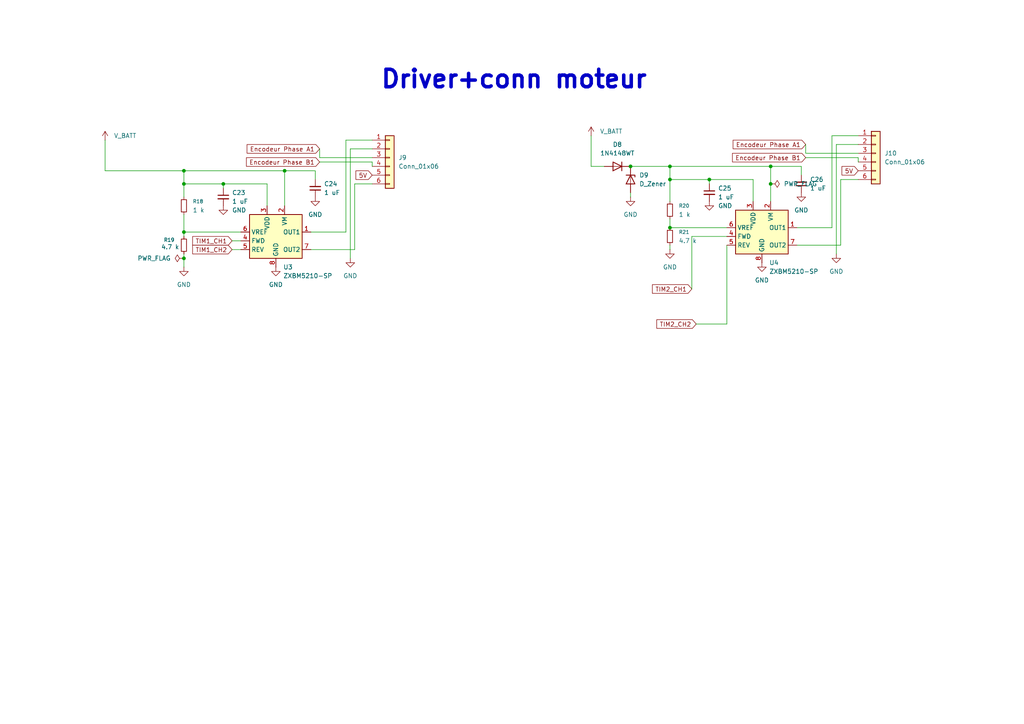
<source format=kicad_sch>
(kicad_sch
	(version 20250114)
	(generator "eeschema")
	(generator_version "9.0")
	(uuid "710b58ca-42d0-4d47-b767-37dfdeba880b")
	(paper "A4")
	(lib_symbols
		(symbol "Connector_Generic:Conn_01x06"
			(pin_names
				(offset 1.016)
				(hide yes)
			)
			(exclude_from_sim no)
			(in_bom yes)
			(on_board yes)
			(property "Reference" "J"
				(at 0 7.62 0)
				(effects
					(font
						(size 1.27 1.27)
					)
				)
			)
			(property "Value" "Conn_01x06"
				(at 0 -10.16 0)
				(effects
					(font
						(size 1.27 1.27)
					)
				)
			)
			(property "Footprint" ""
				(at 0 0 0)
				(effects
					(font
						(size 1.27 1.27)
					)
					(hide yes)
				)
			)
			(property "Datasheet" "~"
				(at 0 0 0)
				(effects
					(font
						(size 1.27 1.27)
					)
					(hide yes)
				)
			)
			(property "Description" "Generic connector, single row, 01x06, script generated (kicad-library-utils/schlib/autogen/connector/)"
				(at 0 0 0)
				(effects
					(font
						(size 1.27 1.27)
					)
					(hide yes)
				)
			)
			(property "ki_keywords" "connector"
				(at 0 0 0)
				(effects
					(font
						(size 1.27 1.27)
					)
					(hide yes)
				)
			)
			(property "ki_fp_filters" "Connector*:*_1x??_*"
				(at 0 0 0)
				(effects
					(font
						(size 1.27 1.27)
					)
					(hide yes)
				)
			)
			(symbol "Conn_01x06_1_1"
				(rectangle
					(start -1.27 6.35)
					(end 1.27 -8.89)
					(stroke
						(width 0.254)
						(type default)
					)
					(fill
						(type background)
					)
				)
				(rectangle
					(start -1.27 5.207)
					(end 0 4.953)
					(stroke
						(width 0.1524)
						(type default)
					)
					(fill
						(type none)
					)
				)
				(rectangle
					(start -1.27 2.667)
					(end 0 2.413)
					(stroke
						(width 0.1524)
						(type default)
					)
					(fill
						(type none)
					)
				)
				(rectangle
					(start -1.27 0.127)
					(end 0 -0.127)
					(stroke
						(width 0.1524)
						(type default)
					)
					(fill
						(type none)
					)
				)
				(rectangle
					(start -1.27 -2.413)
					(end 0 -2.667)
					(stroke
						(width 0.1524)
						(type default)
					)
					(fill
						(type none)
					)
				)
				(rectangle
					(start -1.27 -4.953)
					(end 0 -5.207)
					(stroke
						(width 0.1524)
						(type default)
					)
					(fill
						(type none)
					)
				)
				(rectangle
					(start -1.27 -7.493)
					(end 0 -7.747)
					(stroke
						(width 0.1524)
						(type default)
					)
					(fill
						(type none)
					)
				)
				(pin passive line
					(at -5.08 5.08 0)
					(length 3.81)
					(name "Pin_1"
						(effects
							(font
								(size 1.27 1.27)
							)
						)
					)
					(number "1"
						(effects
							(font
								(size 1.27 1.27)
							)
						)
					)
				)
				(pin passive line
					(at -5.08 2.54 0)
					(length 3.81)
					(name "Pin_2"
						(effects
							(font
								(size 1.27 1.27)
							)
						)
					)
					(number "2"
						(effects
							(font
								(size 1.27 1.27)
							)
						)
					)
				)
				(pin passive line
					(at -5.08 0 0)
					(length 3.81)
					(name "Pin_3"
						(effects
							(font
								(size 1.27 1.27)
							)
						)
					)
					(number "3"
						(effects
							(font
								(size 1.27 1.27)
							)
						)
					)
				)
				(pin passive line
					(at -5.08 -2.54 0)
					(length 3.81)
					(name "Pin_4"
						(effects
							(font
								(size 1.27 1.27)
							)
						)
					)
					(number "4"
						(effects
							(font
								(size 1.27 1.27)
							)
						)
					)
				)
				(pin passive line
					(at -5.08 -5.08 0)
					(length 3.81)
					(name "Pin_5"
						(effects
							(font
								(size 1.27 1.27)
							)
						)
					)
					(number "5"
						(effects
							(font
								(size 1.27 1.27)
							)
						)
					)
				)
				(pin passive line
					(at -5.08 -7.62 0)
					(length 3.81)
					(name "Pin_6"
						(effects
							(font
								(size 1.27 1.27)
							)
						)
					)
					(number "6"
						(effects
							(font
								(size 1.27 1.27)
							)
						)
					)
				)
			)
			(embedded_fonts no)
		)
		(symbol "Device:C_Small"
			(pin_numbers
				(hide yes)
			)
			(pin_names
				(offset 0.254)
				(hide yes)
			)
			(exclude_from_sim no)
			(in_bom yes)
			(on_board yes)
			(property "Reference" "C"
				(at 0.254 1.778 0)
				(effects
					(font
						(size 1.27 1.27)
					)
					(justify left)
				)
			)
			(property "Value" "C_Small"
				(at 0.254 -2.032 0)
				(effects
					(font
						(size 1.27 1.27)
					)
					(justify left)
				)
			)
			(property "Footprint" ""
				(at 0 0 0)
				(effects
					(font
						(size 1.27 1.27)
					)
					(hide yes)
				)
			)
			(property "Datasheet" "~"
				(at 0 0 0)
				(effects
					(font
						(size 1.27 1.27)
					)
					(hide yes)
				)
			)
			(property "Description" "Unpolarized capacitor, small symbol"
				(at 0 0 0)
				(effects
					(font
						(size 1.27 1.27)
					)
					(hide yes)
				)
			)
			(property "ki_keywords" "capacitor cap"
				(at 0 0 0)
				(effects
					(font
						(size 1.27 1.27)
					)
					(hide yes)
				)
			)
			(property "ki_fp_filters" "C_*"
				(at 0 0 0)
				(effects
					(font
						(size 1.27 1.27)
					)
					(hide yes)
				)
			)
			(symbol "C_Small_0_1"
				(polyline
					(pts
						(xy -1.524 0.508) (xy 1.524 0.508)
					)
					(stroke
						(width 0.3048)
						(type default)
					)
					(fill
						(type none)
					)
				)
				(polyline
					(pts
						(xy -1.524 -0.508) (xy 1.524 -0.508)
					)
					(stroke
						(width 0.3302)
						(type default)
					)
					(fill
						(type none)
					)
				)
			)
			(symbol "C_Small_1_1"
				(pin passive line
					(at 0 2.54 270)
					(length 2.032)
					(name "~"
						(effects
							(font
								(size 1.27 1.27)
							)
						)
					)
					(number "1"
						(effects
							(font
								(size 1.27 1.27)
							)
						)
					)
				)
				(pin passive line
					(at 0 -2.54 90)
					(length 2.032)
					(name "~"
						(effects
							(font
								(size 1.27 1.27)
							)
						)
					)
					(number "2"
						(effects
							(font
								(size 1.27 1.27)
							)
						)
					)
				)
			)
			(embedded_fonts no)
		)
		(symbol "Device:D_Zener"
			(pin_numbers
				(hide yes)
			)
			(pin_names
				(offset 1.016)
				(hide yes)
			)
			(exclude_from_sim no)
			(in_bom yes)
			(on_board yes)
			(property "Reference" "D"
				(at 0 2.54 0)
				(effects
					(font
						(size 1.27 1.27)
					)
				)
			)
			(property "Value" "D_Zener"
				(at 0 -2.54 0)
				(effects
					(font
						(size 1.27 1.27)
					)
				)
			)
			(property "Footprint" ""
				(at 0 0 0)
				(effects
					(font
						(size 1.27 1.27)
					)
					(hide yes)
				)
			)
			(property "Datasheet" "~"
				(at 0 0 0)
				(effects
					(font
						(size 1.27 1.27)
					)
					(hide yes)
				)
			)
			(property "Description" "Zener diode"
				(at 0 0 0)
				(effects
					(font
						(size 1.27 1.27)
					)
					(hide yes)
				)
			)
			(property "ki_keywords" "diode"
				(at 0 0 0)
				(effects
					(font
						(size 1.27 1.27)
					)
					(hide yes)
				)
			)
			(property "ki_fp_filters" "TO-???* *_Diode_* *SingleDiode* D_*"
				(at 0 0 0)
				(effects
					(font
						(size 1.27 1.27)
					)
					(hide yes)
				)
			)
			(symbol "D_Zener_0_1"
				(polyline
					(pts
						(xy -1.27 -1.27) (xy -1.27 1.27) (xy -0.762 1.27)
					)
					(stroke
						(width 0.254)
						(type default)
					)
					(fill
						(type none)
					)
				)
				(polyline
					(pts
						(xy 1.27 0) (xy -1.27 0)
					)
					(stroke
						(width 0)
						(type default)
					)
					(fill
						(type none)
					)
				)
				(polyline
					(pts
						(xy 1.27 -1.27) (xy 1.27 1.27) (xy -1.27 0) (xy 1.27 -1.27)
					)
					(stroke
						(width 0.254)
						(type default)
					)
					(fill
						(type none)
					)
				)
			)
			(symbol "D_Zener_1_1"
				(pin passive line
					(at -3.81 0 0)
					(length 2.54)
					(name "K"
						(effects
							(font
								(size 1.27 1.27)
							)
						)
					)
					(number "1"
						(effects
							(font
								(size 1.27 1.27)
							)
						)
					)
				)
				(pin passive line
					(at 3.81 0 180)
					(length 2.54)
					(name "A"
						(effects
							(font
								(size 1.27 1.27)
							)
						)
					)
					(number "2"
						(effects
							(font
								(size 1.27 1.27)
							)
						)
					)
				)
			)
			(embedded_fonts no)
		)
		(symbol "Device:R_Small"
			(pin_numbers
				(hide yes)
			)
			(pin_names
				(offset 0.254)
				(hide yes)
			)
			(exclude_from_sim no)
			(in_bom yes)
			(on_board yes)
			(property "Reference" "R"
				(at 0 0 90)
				(effects
					(font
						(size 1.016 1.016)
					)
				)
			)
			(property "Value" "R_Small"
				(at 1.778 0 90)
				(effects
					(font
						(size 1.27 1.27)
					)
				)
			)
			(property "Footprint" ""
				(at 0 0 0)
				(effects
					(font
						(size 1.27 1.27)
					)
					(hide yes)
				)
			)
			(property "Datasheet" "~"
				(at 0 0 0)
				(effects
					(font
						(size 1.27 1.27)
					)
					(hide yes)
				)
			)
			(property "Description" "Resistor, small symbol"
				(at 0 0 0)
				(effects
					(font
						(size 1.27 1.27)
					)
					(hide yes)
				)
			)
			(property "ki_keywords" "R resistor"
				(at 0 0 0)
				(effects
					(font
						(size 1.27 1.27)
					)
					(hide yes)
				)
			)
			(property "ki_fp_filters" "R_*"
				(at 0 0 0)
				(effects
					(font
						(size 1.27 1.27)
					)
					(hide yes)
				)
			)
			(symbol "R_Small_0_1"
				(rectangle
					(start -0.762 1.778)
					(end 0.762 -1.778)
					(stroke
						(width 0.2032)
						(type default)
					)
					(fill
						(type none)
					)
				)
			)
			(symbol "R_Small_1_1"
				(pin passive line
					(at 0 2.54 270)
					(length 0.762)
					(name "~"
						(effects
							(font
								(size 1.27 1.27)
							)
						)
					)
					(number "1"
						(effects
							(font
								(size 1.27 1.27)
							)
						)
					)
				)
				(pin passive line
					(at 0 -2.54 90)
					(length 0.762)
					(name "~"
						(effects
							(font
								(size 1.27 1.27)
							)
						)
					)
					(number "2"
						(effects
							(font
								(size 1.27 1.27)
							)
						)
					)
				)
			)
			(embedded_fonts no)
		)
		(symbol "Diode:1N4148WT"
			(pin_numbers
				(hide yes)
			)
			(pin_names
				(hide yes)
			)
			(exclude_from_sim no)
			(in_bom yes)
			(on_board yes)
			(property "Reference" "D"
				(at 0 2.54 0)
				(effects
					(font
						(size 1.27 1.27)
					)
				)
			)
			(property "Value" "1N4148WT"
				(at 0 -2.54 0)
				(effects
					(font
						(size 1.27 1.27)
					)
				)
			)
			(property "Footprint" "Diode_SMD:D_SOD-523"
				(at 0 -4.445 0)
				(effects
					(font
						(size 1.27 1.27)
					)
					(hide yes)
				)
			)
			(property "Datasheet" "https://www.diodes.com/assets/Datasheets/ds30396.pdf"
				(at 0 0 0)
				(effects
					(font
						(size 1.27 1.27)
					)
					(hide yes)
				)
			)
			(property "Description" "75V 0.15A Fast switching Diode, SOD-523"
				(at 0 0 0)
				(effects
					(font
						(size 1.27 1.27)
					)
					(hide yes)
				)
			)
			(property "Sim.Device" "D"
				(at 0 0 0)
				(effects
					(font
						(size 1.27 1.27)
					)
					(hide yes)
				)
			)
			(property "Sim.Pins" "1=K 2=A"
				(at 0 0 0)
				(effects
					(font
						(size 1.27 1.27)
					)
					(hide yes)
				)
			)
			(property "ki_keywords" "diode"
				(at 0 0 0)
				(effects
					(font
						(size 1.27 1.27)
					)
					(hide yes)
				)
			)
			(property "ki_fp_filters" "D*SOD?523*"
				(at 0 0 0)
				(effects
					(font
						(size 1.27 1.27)
					)
					(hide yes)
				)
			)
			(symbol "1N4148WT_0_1"
				(polyline
					(pts
						(xy -1.27 1.27) (xy -1.27 -1.27)
					)
					(stroke
						(width 0.254)
						(type default)
					)
					(fill
						(type none)
					)
				)
				(polyline
					(pts
						(xy 1.27 1.27) (xy 1.27 -1.27) (xy -1.27 0) (xy 1.27 1.27)
					)
					(stroke
						(width 0.254)
						(type default)
					)
					(fill
						(type none)
					)
				)
				(polyline
					(pts
						(xy 1.27 0) (xy -1.27 0)
					)
					(stroke
						(width 0)
						(type default)
					)
					(fill
						(type none)
					)
				)
			)
			(symbol "1N4148WT_1_1"
				(pin passive line
					(at -3.81 0 0)
					(length 2.54)
					(name "K"
						(effects
							(font
								(size 1.27 1.27)
							)
						)
					)
					(number "1"
						(effects
							(font
								(size 1.27 1.27)
							)
						)
					)
				)
				(pin passive line
					(at 3.81 0 180)
					(length 2.54)
					(name "A"
						(effects
							(font
								(size 1.27 1.27)
							)
						)
					)
					(number "2"
						(effects
							(font
								(size 1.27 1.27)
							)
						)
					)
				)
			)
			(embedded_fonts no)
		)
		(symbol "Driver_Motor:ZXBM5210-SP"
			(exclude_from_sim no)
			(in_bom yes)
			(on_board yes)
			(property "Reference" "U"
				(at -7.62 8.89 0)
				(effects
					(font
						(size 1.27 1.27)
					)
				)
			)
			(property "Value" "ZXBM5210-SP"
				(at 10.16 8.89 0)
				(effects
					(font
						(size 1.27 1.27)
					)
				)
			)
			(property "Footprint" "Package_SO:Diodes_SO-8EP"
				(at 1.27 -6.35 0)
				(effects
					(font
						(size 1.27 1.27)
					)
					(hide yes)
				)
			)
			(property "Datasheet" "https://www.diodes.com/assets/Datasheets/ZXBM5210.pdf"
				(at 0 0 0)
				(effects
					(font
						(size 1.27 1.27)
					)
					(hide yes)
				)
			)
			(property "Description" "Reversible DC motor drive with speed control, 3-18V, 0.85A, SOIC-8EP"
				(at 0 0 0)
				(effects
					(font
						(size 1.27 1.27)
					)
					(hide yes)
				)
			)
			(property "ki_keywords" "H-bridge, motor driver, PWM, single coil"
				(at 0 0 0)
				(effects
					(font
						(size 1.27 1.27)
					)
					(hide yes)
				)
			)
			(property "ki_fp_filters" "Diodes*SO*EP*"
				(at 0 0 0)
				(effects
					(font
						(size 1.27 1.27)
					)
					(hide yes)
				)
			)
			(symbol "ZXBM5210-SP_0_0"
				(pin input line
					(at -10.16 2.54 0)
					(length 2.54)
					(name "VREF"
						(effects
							(font
								(size 1.27 1.27)
							)
						)
					)
					(number "6"
						(effects
							(font
								(size 1.27 1.27)
							)
						)
					)
				)
				(pin input line
					(at -10.16 0 0)
					(length 2.54)
					(name "FWD"
						(effects
							(font
								(size 1.27 1.27)
							)
						)
					)
					(number "4"
						(effects
							(font
								(size 1.27 1.27)
							)
						)
					)
				)
				(pin input line
					(at -10.16 -2.54 0)
					(length 2.54)
					(name "REV"
						(effects
							(font
								(size 1.27 1.27)
							)
						)
					)
					(number "5"
						(effects
							(font
								(size 1.27 1.27)
							)
						)
					)
				)
				(pin power_in line
					(at -2.54 10.16 270)
					(length 2.54)
					(name "VDD"
						(effects
							(font
								(size 1.27 1.27)
							)
						)
					)
					(number "3"
						(effects
							(font
								(size 1.27 1.27)
							)
						)
					)
				)
				(pin power_in line
					(at 0 -7.62 90)
					(length 2.54)
					(name "GND"
						(effects
							(font
								(size 1.27 1.27)
							)
						)
					)
					(number "8"
						(effects
							(font
								(size 1.27 1.27)
							)
						)
					)
				)
				(pin passive line
					(at 0 -7.62 90)
					(length 2.54)
					(hide yes)
					(name "GND"
						(effects
							(font
								(size 1.27 1.27)
							)
						)
					)
					(number "9"
						(effects
							(font
								(size 1.27 1.27)
							)
						)
					)
				)
				(pin power_in line
					(at 2.54 10.16 270)
					(length 2.54)
					(name "VM"
						(effects
							(font
								(size 1.27 1.27)
							)
						)
					)
					(number "2"
						(effects
							(font
								(size 1.27 1.27)
							)
						)
					)
				)
				(pin output line
					(at 10.16 2.54 180)
					(length 2.54)
					(name "OUT1"
						(effects
							(font
								(size 1.27 1.27)
							)
						)
					)
					(number "1"
						(effects
							(font
								(size 1.27 1.27)
							)
						)
					)
				)
				(pin output line
					(at 10.16 -2.54 180)
					(length 2.54)
					(name "OUT2"
						(effects
							(font
								(size 1.27 1.27)
							)
						)
					)
					(number "7"
						(effects
							(font
								(size 1.27 1.27)
							)
						)
					)
				)
			)
			(symbol "ZXBM5210-SP_0_1"
				(rectangle
					(start -7.62 7.62)
					(end 7.62 -5.08)
					(stroke
						(width 0.254)
						(type default)
					)
					(fill
						(type background)
					)
				)
			)
			(embedded_fonts no)
		)
		(symbol "power:+7.5V"
			(power)
			(pin_numbers
				(hide yes)
			)
			(pin_names
				(offset 0)
				(hide yes)
			)
			(exclude_from_sim no)
			(in_bom yes)
			(on_board yes)
			(property "Reference" "#PWR"
				(at 0 -3.81 0)
				(effects
					(font
						(size 1.27 1.27)
					)
					(hide yes)
				)
			)
			(property "Value" "+7.5V"
				(at 0 3.556 0)
				(effects
					(font
						(size 1.27 1.27)
					)
				)
			)
			(property "Footprint" ""
				(at 0 0 0)
				(effects
					(font
						(size 1.27 1.27)
					)
					(hide yes)
				)
			)
			(property "Datasheet" ""
				(at 0 0 0)
				(effects
					(font
						(size 1.27 1.27)
					)
					(hide yes)
				)
			)
			(property "Description" "Power symbol creates a global label with name \"+7.5V\""
				(at 0 0 0)
				(effects
					(font
						(size 1.27 1.27)
					)
					(hide yes)
				)
			)
			(property "ki_keywords" "global power"
				(at 0 0 0)
				(effects
					(font
						(size 1.27 1.27)
					)
					(hide yes)
				)
			)
			(symbol "+7.5V_0_1"
				(polyline
					(pts
						(xy -0.762 1.27) (xy 0 2.54)
					)
					(stroke
						(width 0)
						(type default)
					)
					(fill
						(type none)
					)
				)
				(polyline
					(pts
						(xy 0 2.54) (xy 0.762 1.27)
					)
					(stroke
						(width 0)
						(type default)
					)
					(fill
						(type none)
					)
				)
				(polyline
					(pts
						(xy 0 0) (xy 0 2.54)
					)
					(stroke
						(width 0)
						(type default)
					)
					(fill
						(type none)
					)
				)
			)
			(symbol "+7.5V_1_1"
				(pin power_in line
					(at 0 0 90)
					(length 0)
					(name "~"
						(effects
							(font
								(size 1.27 1.27)
							)
						)
					)
					(number "1"
						(effects
							(font
								(size 1.27 1.27)
							)
						)
					)
				)
			)
			(embedded_fonts no)
		)
		(symbol "power:GND"
			(power)
			(pin_numbers
				(hide yes)
			)
			(pin_names
				(offset 0)
				(hide yes)
			)
			(exclude_from_sim no)
			(in_bom yes)
			(on_board yes)
			(property "Reference" "#PWR"
				(at 0 -6.35 0)
				(effects
					(font
						(size 1.27 1.27)
					)
					(hide yes)
				)
			)
			(property "Value" "GND"
				(at 0 -3.81 0)
				(effects
					(font
						(size 1.27 1.27)
					)
				)
			)
			(property "Footprint" ""
				(at 0 0 0)
				(effects
					(font
						(size 1.27 1.27)
					)
					(hide yes)
				)
			)
			(property "Datasheet" ""
				(at 0 0 0)
				(effects
					(font
						(size 1.27 1.27)
					)
					(hide yes)
				)
			)
			(property "Description" "Power symbol creates a global label with name \"GND\" , ground"
				(at 0 0 0)
				(effects
					(font
						(size 1.27 1.27)
					)
					(hide yes)
				)
			)
			(property "ki_keywords" "global power"
				(at 0 0 0)
				(effects
					(font
						(size 1.27 1.27)
					)
					(hide yes)
				)
			)
			(symbol "GND_0_1"
				(polyline
					(pts
						(xy 0 0) (xy 0 -1.27) (xy 1.27 -1.27) (xy 0 -2.54) (xy -1.27 -1.27) (xy 0 -1.27)
					)
					(stroke
						(width 0)
						(type default)
					)
					(fill
						(type none)
					)
				)
			)
			(symbol "GND_1_1"
				(pin power_in line
					(at 0 0 270)
					(length 0)
					(name "~"
						(effects
							(font
								(size 1.27 1.27)
							)
						)
					)
					(number "1"
						(effects
							(font
								(size 1.27 1.27)
							)
						)
					)
				)
			)
			(embedded_fonts no)
		)
		(symbol "power:PWR_FLAG"
			(power)
			(pin_numbers
				(hide yes)
			)
			(pin_names
				(offset 0)
				(hide yes)
			)
			(exclude_from_sim no)
			(in_bom yes)
			(on_board yes)
			(property "Reference" "#FLG"
				(at 0 1.905 0)
				(effects
					(font
						(size 1.27 1.27)
					)
					(hide yes)
				)
			)
			(property "Value" "PWR_FLAG"
				(at 0 3.81 0)
				(effects
					(font
						(size 1.27 1.27)
					)
				)
			)
			(property "Footprint" ""
				(at 0 0 0)
				(effects
					(font
						(size 1.27 1.27)
					)
					(hide yes)
				)
			)
			(property "Datasheet" "~"
				(at 0 0 0)
				(effects
					(font
						(size 1.27 1.27)
					)
					(hide yes)
				)
			)
			(property "Description" "Special symbol for telling ERC where power comes from"
				(at 0 0 0)
				(effects
					(font
						(size 1.27 1.27)
					)
					(hide yes)
				)
			)
			(property "ki_keywords" "flag power"
				(at 0 0 0)
				(effects
					(font
						(size 1.27 1.27)
					)
					(hide yes)
				)
			)
			(symbol "PWR_FLAG_0_0"
				(pin power_out line
					(at 0 0 90)
					(length 0)
					(name "~"
						(effects
							(font
								(size 1.27 1.27)
							)
						)
					)
					(number "1"
						(effects
							(font
								(size 1.27 1.27)
							)
						)
					)
				)
			)
			(symbol "PWR_FLAG_0_1"
				(polyline
					(pts
						(xy 0 0) (xy 0 1.27) (xy -1.016 1.905) (xy 0 2.54) (xy 1.016 1.905) (xy 0 1.27)
					)
					(stroke
						(width 0)
						(type default)
					)
					(fill
						(type none)
					)
				)
			)
			(embedded_fonts no)
		)
	)
	(text "Driver+conn moteur\n"
		(exclude_from_sim no)
		(at 149.098 23.114 0)
		(effects
			(font
				(size 5.08 5.08)
				(thickness 1.016)
				(bold yes)
			)
		)
		(uuid "d4ed9170-d7c3-49eb-9891-0469e6dffa3a")
	)
	(junction
		(at 223.52 48.26)
		(diameter 0)
		(color 0 0 0 0)
		(uuid "026be753-b322-4872-92b4-b99b3279228e")
	)
	(junction
		(at 223.52 53.34)
		(diameter 0)
		(color 0 0 0 0)
		(uuid "0c852db1-56c6-4102-9676-12445d0944f2")
	)
	(junction
		(at 53.34 67.31)
		(diameter 0)
		(color 0 0 0 0)
		(uuid "1375f5b5-db2b-465b-8e08-d5188753c5ed")
	)
	(junction
		(at 53.34 49.53)
		(diameter 0)
		(color 0 0 0 0)
		(uuid "1f8ec5b7-408a-4dd5-beb2-6a949acf3d20")
	)
	(junction
		(at 182.88 48.26)
		(diameter 0)
		(color 0 0 0 0)
		(uuid "4d591ee4-ecd1-4bf7-9aef-876c65ca6e58")
	)
	(junction
		(at 53.34 74.93)
		(diameter 0)
		(color 0 0 0 0)
		(uuid "4e63b80e-8c83-4b40-b183-a47978d6ebd1")
	)
	(junction
		(at 194.31 52.07)
		(diameter 0)
		(color 0 0 0 0)
		(uuid "74458294-a63d-44f5-a8f4-5c4c07b5121b")
	)
	(junction
		(at 82.55 49.53)
		(diameter 0)
		(color 0 0 0 0)
		(uuid "970d731d-edf2-436e-8ee6-9da9be1bbf38")
	)
	(junction
		(at 194.31 66.04)
		(diameter 0)
		(color 0 0 0 0)
		(uuid "a187d625-aefe-41b5-9dca-a41c26ad2c26")
	)
	(junction
		(at 64.77 53.34)
		(diameter 0)
		(color 0 0 0 0)
		(uuid "ce35af79-a8cc-4e9f-bbb0-e8858f762c49")
	)
	(junction
		(at 205.74 52.07)
		(diameter 0)
		(color 0 0 0 0)
		(uuid "dcec8dce-ba51-469c-9b42-44f0ce213bd3")
	)
	(junction
		(at 53.34 53.34)
		(diameter 0)
		(color 0 0 0 0)
		(uuid "e7241e53-13ea-4bbd-9390-3df422716f38")
	)
	(junction
		(at 194.31 48.26)
		(diameter 0)
		(color 0 0 0 0)
		(uuid "f851c460-5a75-438d-bdea-78f0b5d8db6d")
	)
	(wire
		(pts
			(xy 64.77 53.34) (xy 64.77 54.61)
		)
		(stroke
			(width 0)
			(type default)
		)
		(uuid "0343354d-7ce7-4140-86c1-9442af06cb34")
	)
	(wire
		(pts
			(xy 232.41 48.26) (xy 232.41 50.8)
		)
		(stroke
			(width 0)
			(type default)
		)
		(uuid "03d6130f-f246-4aaf-a8f6-be716c50671f")
	)
	(wire
		(pts
			(xy 92.71 43.18) (xy 92.71 45.72)
		)
		(stroke
			(width 0)
			(type default)
		)
		(uuid "0580c03e-1be8-4b28-a497-030f212d9a4e")
	)
	(wire
		(pts
			(xy 67.31 69.85) (xy 69.85 69.85)
		)
		(stroke
			(width 0)
			(type default)
		)
		(uuid "0683bfe1-1b6b-4f3d-9ec7-c7cd0e7a8c42")
	)
	(wire
		(pts
			(xy 241.3 39.37) (xy 248.92 39.37)
		)
		(stroke
			(width 0)
			(type default)
		)
		(uuid "093008e5-5655-43ea-83ff-c620a758fffe")
	)
	(wire
		(pts
			(xy 107.95 46.99) (xy 107.95 48.26)
		)
		(stroke
			(width 0)
			(type default)
		)
		(uuid "0a891a04-1785-4970-be8f-3ad3df2575ff")
	)
	(wire
		(pts
			(xy 194.31 48.26) (xy 194.31 52.07)
		)
		(stroke
			(width 0)
			(type default)
		)
		(uuid "0eeb5c59-76d8-4d5f-a326-d5bcf344dbd5")
	)
	(wire
		(pts
			(xy 90.17 72.39) (xy 102.87 72.39)
		)
		(stroke
			(width 0)
			(type default)
		)
		(uuid "10fe6fa4-cb82-4cd3-8be9-1b41e28a9a3b")
	)
	(wire
		(pts
			(xy 53.34 53.34) (xy 53.34 57.15)
		)
		(stroke
			(width 0)
			(type default)
		)
		(uuid "11fca77a-dd71-4efd-841a-27107fad764b")
	)
	(wire
		(pts
			(xy 210.82 71.12) (xy 210.82 93.98)
		)
		(stroke
			(width 0)
			(type default)
		)
		(uuid "1386e8dd-b530-4bd7-b93b-40c3ee68a9d6")
	)
	(wire
		(pts
			(xy 241.3 66.04) (xy 241.3 39.37)
		)
		(stroke
			(width 0)
			(type default)
		)
		(uuid "17c1c055-c0e9-44aa-8529-1bca2fb30b89")
	)
	(wire
		(pts
			(xy 53.34 67.31) (xy 69.85 67.31)
		)
		(stroke
			(width 0)
			(type default)
		)
		(uuid "181d0a50-5b28-42b9-b3c1-58f1eba61bbe")
	)
	(wire
		(pts
			(xy 242.57 41.91) (xy 248.92 41.91)
		)
		(stroke
			(width 0)
			(type default)
		)
		(uuid "1a1fa6c9-b405-4802-97b8-1ccbc9e7ae36")
	)
	(wire
		(pts
			(xy 53.34 67.31) (xy 53.34 68.58)
		)
		(stroke
			(width 0)
			(type default)
		)
		(uuid "1b10fa02-a390-4449-a89c-aeca850380f0")
	)
	(wire
		(pts
			(xy 171.45 48.26) (xy 175.26 48.26)
		)
		(stroke
			(width 0)
			(type default)
		)
		(uuid "1be38b16-968a-494e-8e13-a22a9b8b55fb")
	)
	(wire
		(pts
			(xy 171.45 39.37) (xy 171.45 48.26)
		)
		(stroke
			(width 0)
			(type default)
		)
		(uuid "1c7dd49b-ed38-4bbf-a7c8-48dcc0595307")
	)
	(wire
		(pts
			(xy 241.3 66.04) (xy 231.14 66.04)
		)
		(stroke
			(width 0)
			(type default)
		)
		(uuid "211623b7-b692-41ae-8452-2e8dacee7dc0")
	)
	(wire
		(pts
			(xy 77.47 53.34) (xy 77.47 59.69)
		)
		(stroke
			(width 0)
			(type default)
		)
		(uuid "24195a40-d52d-4362-81cb-eb0a9b4197f8")
	)
	(wire
		(pts
			(xy 30.48 40.64) (xy 30.48 49.53)
		)
		(stroke
			(width 0)
			(type default)
		)
		(uuid "25d26644-1d0d-4821-8cd1-8a9f5e0d4c3c")
	)
	(wire
		(pts
			(xy 67.31 72.39) (xy 69.85 72.39)
		)
		(stroke
			(width 0)
			(type default)
		)
		(uuid "36562cf7-58a1-4b9d-96b5-70af5c8051b8")
	)
	(wire
		(pts
			(xy 102.87 53.34) (xy 107.95 53.34)
		)
		(stroke
			(width 0)
			(type default)
		)
		(uuid "37b71e7b-9258-4076-88dc-fd3c36acbdfc")
	)
	(wire
		(pts
			(xy 102.87 72.39) (xy 102.87 53.34)
		)
		(stroke
			(width 0)
			(type default)
		)
		(uuid "39eec99d-e627-4f36-80be-ca5a07156673")
	)
	(wire
		(pts
			(xy 242.57 73.66) (xy 242.57 41.91)
		)
		(stroke
			(width 0)
			(type default)
		)
		(uuid "43dfa6ea-2c27-41d9-9569-3628165cd7a7")
	)
	(wire
		(pts
			(xy 210.82 93.98) (xy 201.93 93.98)
		)
		(stroke
			(width 0)
			(type default)
		)
		(uuid "4b3a4ad0-c423-4c53-84a3-ec87dc6e5bc8")
	)
	(wire
		(pts
			(xy 91.44 49.53) (xy 91.44 52.07)
		)
		(stroke
			(width 0)
			(type default)
		)
		(uuid "4d232733-98ec-490f-b548-b0c18a1c93bd")
	)
	(wire
		(pts
			(xy 223.52 48.26) (xy 223.52 53.34)
		)
		(stroke
			(width 0)
			(type default)
		)
		(uuid "4d51e41a-cd15-4578-8e01-d484585366ac")
	)
	(wire
		(pts
			(xy 82.55 49.53) (xy 82.55 59.69)
		)
		(stroke
			(width 0)
			(type default)
		)
		(uuid "5236d5bc-9573-4dfc-8689-2a7d75530a91")
	)
	(wire
		(pts
			(xy 92.71 46.99) (xy 107.95 46.99)
		)
		(stroke
			(width 0)
			(type default)
		)
		(uuid "53328753-c01d-4b3a-b1ef-127719cb94ff")
	)
	(wire
		(pts
			(xy 205.74 52.07) (xy 205.74 53.34)
		)
		(stroke
			(width 0)
			(type default)
		)
		(uuid "534aae67-529e-4915-8a1c-9edb5fe7b3b7")
	)
	(wire
		(pts
			(xy 82.55 49.53) (xy 91.44 49.53)
		)
		(stroke
			(width 0)
			(type default)
		)
		(uuid "57bd32d3-2964-49df-8159-360b082dc6a5")
	)
	(wire
		(pts
			(xy 223.52 48.26) (xy 194.31 48.26)
		)
		(stroke
			(width 0)
			(type default)
		)
		(uuid "5b5dfe16-e33c-46c3-9532-0f1a315a1547")
	)
	(wire
		(pts
			(xy 53.34 62.23) (xy 53.34 67.31)
		)
		(stroke
			(width 0)
			(type default)
		)
		(uuid "605b0e9d-97f5-4fe1-8516-aecd9f727a85")
	)
	(wire
		(pts
			(xy 248.92 45.72) (xy 248.92 46.99)
		)
		(stroke
			(width 0)
			(type default)
		)
		(uuid "65993cb2-2862-4934-bc2d-2ad502272ed3")
	)
	(wire
		(pts
			(xy 218.44 52.07) (xy 218.44 58.42)
		)
		(stroke
			(width 0)
			(type default)
		)
		(uuid "65e2d750-203f-4fdb-9eb5-80ebee429ac2")
	)
	(wire
		(pts
			(xy 233.68 41.91) (xy 233.68 44.45)
		)
		(stroke
			(width 0)
			(type default)
		)
		(uuid "67f9d805-1b50-4208-8628-1bdcb0fc99d7")
	)
	(wire
		(pts
			(xy 101.6 74.93) (xy 101.6 43.18)
		)
		(stroke
			(width 0)
			(type default)
		)
		(uuid "6d1103e4-291e-47f7-9d1b-c2b360c6f6d3")
	)
	(wire
		(pts
			(xy 243.84 52.07) (xy 248.92 52.07)
		)
		(stroke
			(width 0)
			(type default)
		)
		(uuid "70d4350e-6e9e-46f7-904a-f36f2dc7189f")
	)
	(wire
		(pts
			(xy 194.31 71.12) (xy 194.31 72.39)
		)
		(stroke
			(width 0)
			(type default)
		)
		(uuid "7f3fe4fd-9c49-44c4-945d-525cb95520f9")
	)
	(wire
		(pts
			(xy 82.55 49.53) (xy 53.34 49.53)
		)
		(stroke
			(width 0)
			(type default)
		)
		(uuid "8097e55f-4596-4cef-91a6-ab3f106582df")
	)
	(wire
		(pts
			(xy 200.66 68.58) (xy 200.66 83.82)
		)
		(stroke
			(width 0)
			(type default)
		)
		(uuid "821ff355-6354-4416-897c-baf214a1305e")
	)
	(wire
		(pts
			(xy 233.68 44.45) (xy 248.92 44.45)
		)
		(stroke
			(width 0)
			(type default)
		)
		(uuid "828564d6-51f3-420b-8e86-c30553964610")
	)
	(wire
		(pts
			(xy 64.77 53.34) (xy 77.47 53.34)
		)
		(stroke
			(width 0)
			(type default)
		)
		(uuid "85a0d4aa-0ce4-412f-b341-8e8bdbc23862")
	)
	(wire
		(pts
			(xy 194.31 66.04) (xy 210.82 66.04)
		)
		(stroke
			(width 0)
			(type default)
		)
		(uuid "8a6bf867-d2d6-44d2-9ac5-af4d89013991")
	)
	(wire
		(pts
			(xy 194.31 52.07) (xy 205.74 52.07)
		)
		(stroke
			(width 0)
			(type default)
		)
		(uuid "8d2c8c45-dd6d-4d1e-bf3b-efb3eecf0a67")
	)
	(wire
		(pts
			(xy 100.33 67.31) (xy 90.17 67.31)
		)
		(stroke
			(width 0)
			(type default)
		)
		(uuid "8e15a171-c70f-477b-8074-1d49fa7cff39")
	)
	(wire
		(pts
			(xy 243.84 71.12) (xy 243.84 52.07)
		)
		(stroke
			(width 0)
			(type default)
		)
		(uuid "97954ce8-c08d-4573-9831-4e0485e2e214")
	)
	(wire
		(pts
			(xy 231.14 71.12) (xy 243.84 71.12)
		)
		(stroke
			(width 0)
			(type default)
		)
		(uuid "9af20e3a-08d1-4d86-9f18-327b85b88ae2")
	)
	(wire
		(pts
			(xy 92.71 45.72) (xy 107.95 45.72)
		)
		(stroke
			(width 0)
			(type default)
		)
		(uuid "a2295eda-96c2-45fb-a4bc-9f5ae1f322da")
	)
	(wire
		(pts
			(xy 223.52 48.26) (xy 232.41 48.26)
		)
		(stroke
			(width 0)
			(type default)
		)
		(uuid "afb66b2c-4212-44a8-8b68-ce762ccc4e09")
	)
	(wire
		(pts
			(xy 210.82 68.58) (xy 200.66 68.58)
		)
		(stroke
			(width 0)
			(type default)
		)
		(uuid "b031dc90-1016-4c5c-a3d0-90336c6ed1b6")
	)
	(wire
		(pts
			(xy 100.33 67.31) (xy 100.33 40.64)
		)
		(stroke
			(width 0)
			(type default)
		)
		(uuid "b104f000-11c8-4572-bfa5-f63b707b3b69")
	)
	(wire
		(pts
			(xy 233.68 45.72) (xy 248.92 45.72)
		)
		(stroke
			(width 0)
			(type default)
		)
		(uuid "b319e09e-df78-43d4-8b67-3a4e5b6c86dc")
	)
	(wire
		(pts
			(xy 53.34 74.93) (xy 53.34 77.47)
		)
		(stroke
			(width 0)
			(type default)
		)
		(uuid "b755ee4f-b2ed-4f79-aad5-661e89ba389a")
	)
	(wire
		(pts
			(xy 100.33 40.64) (xy 107.95 40.64)
		)
		(stroke
			(width 0)
			(type default)
		)
		(uuid "bd14004b-03f8-44c7-b041-1c657fe54e49")
	)
	(wire
		(pts
			(xy 194.31 63.5) (xy 194.31 66.04)
		)
		(stroke
			(width 0)
			(type default)
		)
		(uuid "c9e88359-5897-460a-9b77-400d0094cea7")
	)
	(wire
		(pts
			(xy 101.6 43.18) (xy 107.95 43.18)
		)
		(stroke
			(width 0)
			(type default)
		)
		(uuid "cc2e555c-61a8-428a-a26c-42a1e5cad13c")
	)
	(wire
		(pts
			(xy 205.74 52.07) (xy 218.44 52.07)
		)
		(stroke
			(width 0)
			(type default)
		)
		(uuid "cce0444b-b54a-40e0-be8e-263445b89c81")
	)
	(wire
		(pts
			(xy 30.48 49.53) (xy 53.34 49.53)
		)
		(stroke
			(width 0)
			(type default)
		)
		(uuid "db00f060-846a-4b1e-9b46-d3b8deea42b3")
	)
	(wire
		(pts
			(xy 53.34 53.34) (xy 64.77 53.34)
		)
		(stroke
			(width 0)
			(type default)
		)
		(uuid "df193fb1-e52b-46e0-a151-88385916f6c9")
	)
	(wire
		(pts
			(xy 53.34 73.66) (xy 53.34 74.93)
		)
		(stroke
			(width 0)
			(type default)
		)
		(uuid "dfbfec03-58bc-498b-b113-13a5e2c1318b")
	)
	(wire
		(pts
			(xy 194.31 52.07) (xy 194.31 58.42)
		)
		(stroke
			(width 0)
			(type default)
		)
		(uuid "e0b665ec-d75d-44c5-99fe-7b910c34ceea")
	)
	(wire
		(pts
			(xy 53.34 49.53) (xy 53.34 53.34)
		)
		(stroke
			(width 0)
			(type default)
		)
		(uuid "e27d155f-004b-44d0-bd55-e0fbe360eaad")
	)
	(wire
		(pts
			(xy 182.88 48.26) (xy 194.31 48.26)
		)
		(stroke
			(width 0)
			(type default)
		)
		(uuid "e5bd356d-7244-49a6-a59f-8bcb90216461")
	)
	(wire
		(pts
			(xy 223.52 53.34) (xy 223.52 58.42)
		)
		(stroke
			(width 0)
			(type default)
		)
		(uuid "ece098b1-18ed-481a-ae09-226fca029636")
	)
	(wire
		(pts
			(xy 182.88 55.88) (xy 182.88 57.15)
		)
		(stroke
			(width 0)
			(type default)
		)
		(uuid "f05c87ac-5961-41bc-a11c-66564e002262")
	)
	(global_label "TIM1_CH2"
		(shape input)
		(at 67.31 72.39 180)
		(fields_autoplaced yes)
		(effects
			(font
				(size 1.27 1.27)
			)
			(justify right)
		)
		(uuid "010bff88-a2ca-48dc-9f5c-cb237ec63cc0")
		(property "Intersheetrefs" "${INTERSHEET_REFS}"
			(at 55.3139 72.39 0)
			(effects
				(font
					(size 1.27 1.27)
				)
				(justify right)
				(hide yes)
			)
		)
	)
	(global_label "Encodeur Phase A1"
		(shape input)
		(at 92.71 43.18 180)
		(fields_autoplaced yes)
		(effects
			(font
				(size 1.27 1.27)
			)
			(justify right)
		)
		(uuid "22d561a8-9d75-45fb-9188-378a13e85478")
		(property "Intersheetrefs" "${INTERSHEET_REFS}"
			(at 71.0984 43.18 0)
			(effects
				(font
					(size 1.27 1.27)
				)
				(justify right)
				(hide yes)
			)
		)
	)
	(global_label "5V"
		(shape input)
		(at 107.95 50.8 180)
		(fields_autoplaced yes)
		(effects
			(font
				(size 1.27 1.27)
			)
			(justify right)
		)
		(uuid "44b76d09-a2a7-4b56-9b7d-96fcea195bf6")
		(property "Intersheetrefs" "${INTERSHEET_REFS}"
			(at 102.6667 50.8 0)
			(effects
				(font
					(size 1.27 1.27)
				)
				(justify right)
				(hide yes)
			)
		)
	)
	(global_label "Encodeur Phase B1"
		(shape input)
		(at 92.71 46.99 180)
		(fields_autoplaced yes)
		(effects
			(font
				(size 1.27 1.27)
			)
			(justify right)
		)
		(uuid "5c4879a2-be21-4ff5-a314-309c020ba1ce")
		(property "Intersheetrefs" "${INTERSHEET_REFS}"
			(at 70.917 46.99 0)
			(effects
				(font
					(size 1.27 1.27)
				)
				(justify right)
				(hide yes)
			)
		)
	)
	(global_label "Encodeur Phase B1"
		(shape input)
		(at 233.68 45.72 180)
		(fields_autoplaced yes)
		(effects
			(font
				(size 1.27 1.27)
			)
			(justify right)
		)
		(uuid "63fc72f6-28b0-4532-a925-d56171985edd")
		(property "Intersheetrefs" "${INTERSHEET_REFS}"
			(at 211.887 45.72 0)
			(effects
				(font
					(size 1.27 1.27)
				)
				(justify right)
				(hide yes)
			)
		)
	)
	(global_label "5V"
		(shape input)
		(at 248.92 49.53 180)
		(fields_autoplaced yes)
		(effects
			(font
				(size 1.27 1.27)
			)
			(justify right)
		)
		(uuid "73a15a0d-0bdc-4ced-afdb-79f2f2cb2186")
		(property "Intersheetrefs" "${INTERSHEET_REFS}"
			(at 243.6367 49.53 0)
			(effects
				(font
					(size 1.27 1.27)
				)
				(justify right)
				(hide yes)
			)
		)
	)
	(global_label "TIM1_CH1"
		(shape input)
		(at 67.31 69.85 180)
		(fields_autoplaced yes)
		(effects
			(font
				(size 1.27 1.27)
			)
			(justify right)
		)
		(uuid "79638f37-24c8-4b81-9fe5-09d598aa66a6")
		(property "Intersheetrefs" "${INTERSHEET_REFS}"
			(at 55.3139 69.85 0)
			(effects
				(font
					(size 1.27 1.27)
				)
				(justify right)
				(hide yes)
			)
		)
	)
	(global_label "Encodeur Phase A1"
		(shape input)
		(at 233.68 41.91 180)
		(fields_autoplaced yes)
		(effects
			(font
				(size 1.27 1.27)
			)
			(justify right)
		)
		(uuid "9392a245-f2a1-49b4-af93-8b420c923706")
		(property "Intersheetrefs" "${INTERSHEET_REFS}"
			(at 212.0684 41.91 0)
			(effects
				(font
					(size 1.27 1.27)
				)
				(justify right)
				(hide yes)
			)
		)
	)
	(global_label "TIM2_CH1"
		(shape input)
		(at 200.66 83.82 180)
		(fields_autoplaced yes)
		(effects
			(font
				(size 1.27 1.27)
			)
			(justify right)
		)
		(uuid "a92127a4-ee94-410d-88fb-659f8465232e")
		(property "Intersheetrefs" "${INTERSHEET_REFS}"
			(at 188.6639 83.82 0)
			(effects
				(font
					(size 1.27 1.27)
				)
				(justify right)
				(hide yes)
			)
		)
	)
	(global_label "TIM2_CH2"
		(shape input)
		(at 201.93 93.98 180)
		(fields_autoplaced yes)
		(effects
			(font
				(size 1.27 1.27)
			)
			(justify right)
		)
		(uuid "daf79621-82ea-4dfc-ac5d-fb2d499242ec")
		(property "Intersheetrefs" "${INTERSHEET_REFS}"
			(at 189.9339 93.98 0)
			(effects
				(font
					(size 1.27 1.27)
				)
				(justify right)
				(hide yes)
			)
		)
	)
	(symbol
		(lib_id "Connector_Generic:Conn_01x06")
		(at 113.03 45.72 0)
		(unit 1)
		(exclude_from_sim no)
		(in_bom yes)
		(on_board yes)
		(dnp no)
		(fields_autoplaced yes)
		(uuid "022816d7-cafd-4063-8b6a-f7a83c87e4af")
		(property "Reference" "J9"
			(at 115.57 45.7199 0)
			(effects
				(font
					(size 1.27 1.27)
				)
				(justify left)
			)
		)
		(property "Value" "Conn_01x06"
			(at 115.57 48.2599 0)
			(effects
				(font
					(size 1.27 1.27)
				)
				(justify left)
			)
		)
		(property "Footprint" ""
			(at 113.03 45.72 0)
			(effects
				(font
					(size 1.27 1.27)
				)
				(hide yes)
			)
		)
		(property "Datasheet" "~"
			(at 113.03 45.72 0)
			(effects
				(font
					(size 1.27 1.27)
				)
				(hide yes)
			)
		)
		(property "Description" "Generic connector, single row, 01x06, script generated (kicad-library-utils/schlib/autogen/connector/)"
			(at 113.03 45.72 0)
			(effects
				(font
					(size 1.27 1.27)
				)
				(hide yes)
			)
		)
		(pin "4"
			(uuid "3dbf2dee-1722-4741-af89-eccf4abb1567")
		)
		(pin "5"
			(uuid "930706e2-4213-42dd-84cc-d85a187e2db7")
		)
		(pin "6"
			(uuid "ec3567f3-725b-430d-a367-28c982c4c27f")
		)
		(pin "2"
			(uuid "e6525251-c2c3-4779-8384-f16c8a006ca4")
		)
		(pin "3"
			(uuid "049f8e77-fa1a-4d4d-85f3-fce0c8a3e0bc")
		)
		(pin "1"
			(uuid "1ec7949d-3394-4352-951a-b1abba11a637")
		)
		(instances
			(project "Projet_Robot"
				(path "/21a14c86-6900-4d4b-9d91-6c59051d0f41/c369f4f1-9415-4017-9294-312c11921a7a"
					(reference "J9")
					(unit 1)
				)
			)
		)
	)
	(symbol
		(lib_id "power:GND")
		(at 220.98 76.2 0)
		(unit 1)
		(exclude_from_sim no)
		(in_bom yes)
		(on_board yes)
		(dnp no)
		(fields_autoplaced yes)
		(uuid "08794f52-0677-404f-978b-3c80018e9401")
		(property "Reference" "#PWR036"
			(at 220.98 82.55 0)
			(effects
				(font
					(size 1.27 1.27)
				)
				(hide yes)
			)
		)
		(property "Value" "GND"
			(at 220.98 81.28 0)
			(effects
				(font
					(size 1.27 1.27)
				)
			)
		)
		(property "Footprint" ""
			(at 220.98 76.2 0)
			(effects
				(font
					(size 1.27 1.27)
				)
				(hide yes)
			)
		)
		(property "Datasheet" ""
			(at 220.98 76.2 0)
			(effects
				(font
					(size 1.27 1.27)
				)
				(hide yes)
			)
		)
		(property "Description" "Power symbol creates a global label with name \"GND\" , ground"
			(at 220.98 76.2 0)
			(effects
				(font
					(size 1.27 1.27)
				)
				(hide yes)
			)
		)
		(pin "1"
			(uuid "44443ded-da43-472d-a2df-47609851a98d")
		)
		(instances
			(project "Projet_Robot"
				(path "/21a14c86-6900-4d4b-9d91-6c59051d0f41/c369f4f1-9415-4017-9294-312c11921a7a"
					(reference "#PWR036")
					(unit 1)
				)
			)
		)
	)
	(symbol
		(lib_id "Device:R_Small")
		(at 194.31 60.96 0)
		(unit 1)
		(exclude_from_sim no)
		(in_bom yes)
		(on_board yes)
		(dnp no)
		(fields_autoplaced yes)
		(uuid "0fbdf2ba-1019-4b55-af6d-4fb031081575")
		(property "Reference" "R20"
			(at 196.85 59.6899 0)
			(effects
				(font
					(size 1.016 1.016)
				)
				(justify left)
			)
		)
		(property "Value" "1 k"
			(at 196.85 62.2299 0)
			(effects
				(font
					(size 1.27 1.27)
				)
				(justify left)
			)
		)
		(property "Footprint" ""
			(at 194.31 60.96 0)
			(effects
				(font
					(size 1.27 1.27)
				)
				(hide yes)
			)
		)
		(property "Datasheet" "~"
			(at 194.31 60.96 0)
			(effects
				(font
					(size 1.27 1.27)
				)
				(hide yes)
			)
		)
		(property "Description" "Resistor, small symbol"
			(at 194.31 60.96 0)
			(effects
				(font
					(size 1.27 1.27)
				)
				(hide yes)
			)
		)
		(pin "1"
			(uuid "fdde449c-210e-44e7-803b-a2e056363a1c")
		)
		(pin "2"
			(uuid "8c11f968-0aa0-4e9b-978a-3d5b79963faa")
		)
		(instances
			(project "Projet_Robot"
				(path "/21a14c86-6900-4d4b-9d91-6c59051d0f41/c369f4f1-9415-4017-9294-312c11921a7a"
					(reference "R20")
					(unit 1)
				)
			)
		)
	)
	(symbol
		(lib_id "power:GND")
		(at 242.57 73.66 0)
		(unit 1)
		(exclude_from_sim no)
		(in_bom yes)
		(on_board yes)
		(dnp no)
		(fields_autoplaced yes)
		(uuid "1cbcb378-9b5f-4dae-b103-a013cdd4ab4a")
		(property "Reference" "#PWR038"
			(at 242.57 80.01 0)
			(effects
				(font
					(size 1.27 1.27)
				)
				(hide yes)
			)
		)
		(property "Value" "GND"
			(at 242.57 78.74 0)
			(effects
				(font
					(size 1.27 1.27)
				)
			)
		)
		(property "Footprint" ""
			(at 242.57 73.66 0)
			(effects
				(font
					(size 1.27 1.27)
				)
				(hide yes)
			)
		)
		(property "Datasheet" ""
			(at 242.57 73.66 0)
			(effects
				(font
					(size 1.27 1.27)
				)
				(hide yes)
			)
		)
		(property "Description" "Power symbol creates a global label with name \"GND\" , ground"
			(at 242.57 73.66 0)
			(effects
				(font
					(size 1.27 1.27)
				)
				(hide yes)
			)
		)
		(pin "1"
			(uuid "58f3e395-17a9-4fea-b318-037aa34ec245")
		)
		(instances
			(project "Projet_Robot"
				(path "/21a14c86-6900-4d4b-9d91-6c59051d0f41/c369f4f1-9415-4017-9294-312c11921a7a"
					(reference "#PWR038")
					(unit 1)
				)
			)
		)
	)
	(symbol
		(lib_id "power:GND")
		(at 205.74 58.42 0)
		(unit 1)
		(exclude_from_sim no)
		(in_bom yes)
		(on_board yes)
		(dnp no)
		(fields_autoplaced yes)
		(uuid "3471acb0-f8d5-4f15-bf4d-eb3207c3e4ec")
		(property "Reference" "#PWR035"
			(at 205.74 64.77 0)
			(effects
				(font
					(size 1.27 1.27)
				)
				(hide yes)
			)
		)
		(property "Value" "GND"
			(at 208.28 59.6899 0)
			(effects
				(font
					(size 1.27 1.27)
				)
				(justify left)
			)
		)
		(property "Footprint" ""
			(at 205.74 58.42 0)
			(effects
				(font
					(size 1.27 1.27)
				)
				(hide yes)
			)
		)
		(property "Datasheet" ""
			(at 205.74 58.42 0)
			(effects
				(font
					(size 1.27 1.27)
				)
				(hide yes)
			)
		)
		(property "Description" "Power symbol creates a global label with name \"GND\" , ground"
			(at 205.74 58.42 0)
			(effects
				(font
					(size 1.27 1.27)
				)
				(hide yes)
			)
		)
		(pin "1"
			(uuid "6dd127a0-d285-4254-a255-ad91581a6b42")
		)
		(instances
			(project "Projet_Robot"
				(path "/21a14c86-6900-4d4b-9d91-6c59051d0f41/c369f4f1-9415-4017-9294-312c11921a7a"
					(reference "#PWR035")
					(unit 1)
				)
			)
		)
	)
	(symbol
		(lib_id "Driver_Motor:ZXBM5210-SP")
		(at 80.01 69.85 0)
		(unit 1)
		(exclude_from_sim no)
		(in_bom yes)
		(on_board yes)
		(dnp no)
		(fields_autoplaced yes)
		(uuid "40325dbf-14b9-4554-bbf3-81cf019504a9")
		(property "Reference" "U3"
			(at 82.1533 77.47 0)
			(effects
				(font
					(size 1.27 1.27)
				)
				(justify left)
			)
		)
		(property "Value" "ZXBM5210-SP"
			(at 82.1533 80.01 0)
			(effects
				(font
					(size 1.27 1.27)
				)
				(justify left)
			)
		)
		(property "Footprint" "Package_SO:Diodes_SO-8EP"
			(at 81.28 76.2 0)
			(effects
				(font
					(size 1.27 1.27)
				)
				(hide yes)
			)
		)
		(property "Datasheet" "https://www.diodes.com/assets/Datasheets/ZXBM5210.pdf"
			(at 80.01 69.85 0)
			(effects
				(font
					(size 1.27 1.27)
				)
				(hide yes)
			)
		)
		(property "Description" "Reversible DC motor drive with speed control, 3-18V, 0.85A, SOIC-8EP"
			(at 80.01 69.85 0)
			(effects
				(font
					(size 1.27 1.27)
				)
				(hide yes)
			)
		)
		(pin "6"
			(uuid "1ca032d2-8593-4871-8bce-c239ef3ebd15")
		)
		(pin "4"
			(uuid "5614dc9d-0dcc-4815-8486-38a5f75faab7")
		)
		(pin "5"
			(uuid "1581fdc8-2884-4f1a-b0b3-53a5dbb4c484")
		)
		(pin "3"
			(uuid "231858eb-7e6c-4857-87e3-b6bd523a04e6")
		)
		(pin "8"
			(uuid "0c412396-d9f4-4ddd-b3f3-1f4ff9f9dfe8")
		)
		(pin "9"
			(uuid "f1b9035c-0fd9-4ebb-bf0a-d732b4b427a5")
		)
		(pin "1"
			(uuid "f6945573-0e04-419b-b72e-a0c83cde6459")
		)
		(pin "7"
			(uuid "273982b5-abe9-4ebd-b0db-43680a405dd7")
		)
		(pin "2"
			(uuid "c4bc578e-74ad-495c-bf99-dadd290f45a9")
		)
		(instances
			(project "Projet_Robot"
				(path "/21a14c86-6900-4d4b-9d91-6c59051d0f41/c369f4f1-9415-4017-9294-312c11921a7a"
					(reference "U3")
					(unit 1)
				)
			)
		)
	)
	(symbol
		(lib_id "power:GND")
		(at 91.44 57.15 0)
		(unit 1)
		(exclude_from_sim no)
		(in_bom yes)
		(on_board yes)
		(dnp no)
		(fields_autoplaced yes)
		(uuid "4127ee69-33c3-4abe-981d-04d9b8a448bb")
		(property "Reference" "#PWR023"
			(at 91.44 63.5 0)
			(effects
				(font
					(size 1.27 1.27)
				)
				(hide yes)
			)
		)
		(property "Value" "GND"
			(at 91.44 62.23 0)
			(effects
				(font
					(size 1.27 1.27)
				)
			)
		)
		(property "Footprint" ""
			(at 91.44 57.15 0)
			(effects
				(font
					(size 1.27 1.27)
				)
				(hide yes)
			)
		)
		(property "Datasheet" ""
			(at 91.44 57.15 0)
			(effects
				(font
					(size 1.27 1.27)
				)
				(hide yes)
			)
		)
		(property "Description" "Power symbol creates a global label with name \"GND\" , ground"
			(at 91.44 57.15 0)
			(effects
				(font
					(size 1.27 1.27)
				)
				(hide yes)
			)
		)
		(pin "1"
			(uuid "700d0155-3bdd-4ecc-993a-b29929ecfda0")
		)
		(instances
			(project "Projet_Robot"
				(path "/21a14c86-6900-4d4b-9d91-6c59051d0f41/c369f4f1-9415-4017-9294-312c11921a7a"
					(reference "#PWR023")
					(unit 1)
				)
			)
		)
	)
	(symbol
		(lib_id "power:GND")
		(at 64.77 59.69 0)
		(unit 1)
		(exclude_from_sim no)
		(in_bom yes)
		(on_board yes)
		(dnp no)
		(fields_autoplaced yes)
		(uuid "4e0b4123-9974-4d9d-8c4c-af00787d9c5f")
		(property "Reference" "#PWR021"
			(at 64.77 66.04 0)
			(effects
				(font
					(size 1.27 1.27)
				)
				(hide yes)
			)
		)
		(property "Value" "GND"
			(at 67.31 60.9599 0)
			(effects
				(font
					(size 1.27 1.27)
				)
				(justify left)
			)
		)
		(property "Footprint" ""
			(at 64.77 59.69 0)
			(effects
				(font
					(size 1.27 1.27)
				)
				(hide yes)
			)
		)
		(property "Datasheet" ""
			(at 64.77 59.69 0)
			(effects
				(font
					(size 1.27 1.27)
				)
				(hide yes)
			)
		)
		(property "Description" "Power symbol creates a global label with name \"GND\" , ground"
			(at 64.77 59.69 0)
			(effects
				(font
					(size 1.27 1.27)
				)
				(hide yes)
			)
		)
		(pin "1"
			(uuid "9e28d348-0a86-4517-b01c-c964bf973df8")
		)
		(instances
			(project "Projet_Robot"
				(path "/21a14c86-6900-4d4b-9d91-6c59051d0f41/c369f4f1-9415-4017-9294-312c11921a7a"
					(reference "#PWR021")
					(unit 1)
				)
			)
		)
	)
	(symbol
		(lib_id "Device:R_Small")
		(at 194.31 68.58 0)
		(unit 1)
		(exclude_from_sim no)
		(in_bom yes)
		(on_board yes)
		(dnp no)
		(fields_autoplaced yes)
		(uuid "5f9c2ba4-54d0-4e32-a05f-3044d26e4765")
		(property "Reference" "R21"
			(at 196.85 67.3099 0)
			(effects
				(font
					(size 1.016 1.016)
				)
				(justify left)
			)
		)
		(property "Value" "4.7 k"
			(at 196.85 69.8499 0)
			(effects
				(font
					(size 1.27 1.27)
				)
				(justify left)
			)
		)
		(property "Footprint" ""
			(at 194.31 68.58 0)
			(effects
				(font
					(size 1.27 1.27)
				)
				(hide yes)
			)
		)
		(property "Datasheet" "~"
			(at 194.31 68.58 0)
			(effects
				(font
					(size 1.27 1.27)
				)
				(hide yes)
			)
		)
		(property "Description" "Resistor, small symbol"
			(at 194.31 68.58 0)
			(effects
				(font
					(size 1.27 1.27)
				)
				(hide yes)
			)
		)
		(pin "1"
			(uuid "d30e4e1f-4adf-4e88-a7a8-488b57cd456b")
		)
		(pin "2"
			(uuid "caac2260-face-425a-8e94-85b55b0e307d")
		)
		(instances
			(project "Projet_Robot"
				(path "/21a14c86-6900-4d4b-9d91-6c59051d0f41/c369f4f1-9415-4017-9294-312c11921a7a"
					(reference "R21")
					(unit 1)
				)
			)
		)
	)
	(symbol
		(lib_id "Driver_Motor:ZXBM5210-SP")
		(at 220.98 68.58 0)
		(unit 1)
		(exclude_from_sim no)
		(in_bom yes)
		(on_board yes)
		(dnp no)
		(fields_autoplaced yes)
		(uuid "67a5eeed-ad88-4227-885a-c6665cd774bd")
		(property "Reference" "U4"
			(at 223.1233 76.2 0)
			(effects
				(font
					(size 1.27 1.27)
				)
				(justify left)
			)
		)
		(property "Value" "ZXBM5210-SP"
			(at 223.1233 78.74 0)
			(effects
				(font
					(size 1.27 1.27)
				)
				(justify left)
			)
		)
		(property "Footprint" "Package_SO:Diodes_SO-8EP"
			(at 222.25 74.93 0)
			(effects
				(font
					(size 1.27 1.27)
				)
				(hide yes)
			)
		)
		(property "Datasheet" "https://www.diodes.com/assets/Datasheets/ZXBM5210.pdf"
			(at 220.98 68.58 0)
			(effects
				(font
					(size 1.27 1.27)
				)
				(hide yes)
			)
		)
		(property "Description" "Reversible DC motor drive with speed control, 3-18V, 0.85A, SOIC-8EP"
			(at 220.98 68.58 0)
			(effects
				(font
					(size 1.27 1.27)
				)
				(hide yes)
			)
		)
		(pin "6"
			(uuid "46620ad8-5131-4758-a239-09a6ebd54017")
		)
		(pin "4"
			(uuid "3bde63fc-fb02-4cc2-a124-1988f4866ce1")
		)
		(pin "5"
			(uuid "ac6599b2-f938-4165-b885-a36bc311cef8")
		)
		(pin "3"
			(uuid "4847664a-fa5b-41e7-be02-d2a0f9464216")
		)
		(pin "8"
			(uuid "789789b9-1fef-465d-863d-06b61a387b27")
		)
		(pin "9"
			(uuid "58b6bba5-b16e-4c47-a1f9-fa21e7c3b945")
		)
		(pin "1"
			(uuid "487c5d97-1c51-4797-8bd6-ea2dcf9b337d")
		)
		(pin "7"
			(uuid "fd7f37c2-ffab-4dc2-9e06-034322120649")
		)
		(pin "2"
			(uuid "58ac4c1e-3799-4a0b-b16c-909e60ceb900")
		)
		(instances
			(project "Projet_Robot"
				(path "/21a14c86-6900-4d4b-9d91-6c59051d0f41/c369f4f1-9415-4017-9294-312c11921a7a"
					(reference "U4")
					(unit 1)
				)
			)
		)
	)
	(symbol
		(lib_id "Device:C_Small")
		(at 64.77 57.15 0)
		(unit 1)
		(exclude_from_sim no)
		(in_bom yes)
		(on_board yes)
		(dnp no)
		(fields_autoplaced yes)
		(uuid "6bdff155-81ae-4a66-90a5-0a05814c1440")
		(property "Reference" "C23"
			(at 67.31 55.8862 0)
			(effects
				(font
					(size 1.27 1.27)
				)
				(justify left)
			)
		)
		(property "Value" "1 uF"
			(at 67.31 58.4262 0)
			(effects
				(font
					(size 1.27 1.27)
				)
				(justify left)
			)
		)
		(property "Footprint" ""
			(at 64.77 57.15 0)
			(effects
				(font
					(size 1.27 1.27)
				)
				(hide yes)
			)
		)
		(property "Datasheet" "~"
			(at 64.77 57.15 0)
			(effects
				(font
					(size 1.27 1.27)
				)
				(hide yes)
			)
		)
		(property "Description" "Unpolarized capacitor, small symbol"
			(at 64.77 57.15 0)
			(effects
				(font
					(size 1.27 1.27)
				)
				(hide yes)
			)
		)
		(pin "1"
			(uuid "dd2dab90-4bdf-4550-ba08-2164413a7328")
		)
		(pin "2"
			(uuid "57903472-75ed-437d-83b9-654655c2681d")
		)
		(instances
			(project "Projet_Robot"
				(path "/21a14c86-6900-4d4b-9d91-6c59051d0f41/c369f4f1-9415-4017-9294-312c11921a7a"
					(reference "C23")
					(unit 1)
				)
			)
		)
	)
	(symbol
		(lib_id "power:GND")
		(at 194.31 72.39 0)
		(unit 1)
		(exclude_from_sim no)
		(in_bom yes)
		(on_board yes)
		(dnp no)
		(fields_autoplaced yes)
		(uuid "7dd39a73-56b6-4459-8e5f-838b5aa24d2f")
		(property "Reference" "#PWR034"
			(at 194.31 78.74 0)
			(effects
				(font
					(size 1.27 1.27)
				)
				(hide yes)
			)
		)
		(property "Value" "GND"
			(at 194.31 77.47 0)
			(effects
				(font
					(size 1.27 1.27)
				)
			)
		)
		(property "Footprint" ""
			(at 194.31 72.39 0)
			(effects
				(font
					(size 1.27 1.27)
				)
				(hide yes)
			)
		)
		(property "Datasheet" ""
			(at 194.31 72.39 0)
			(effects
				(font
					(size 1.27 1.27)
				)
				(hide yes)
			)
		)
		(property "Description" "Power symbol creates a global label with name \"GND\" , ground"
			(at 194.31 72.39 0)
			(effects
				(font
					(size 1.27 1.27)
				)
				(hide yes)
			)
		)
		(pin "1"
			(uuid "0dbfe763-b58c-4829-bd35-85b07ec9ffa8")
		)
		(instances
			(project "Projet_Robot"
				(path "/21a14c86-6900-4d4b-9d91-6c59051d0f41/c369f4f1-9415-4017-9294-312c11921a7a"
					(reference "#PWR034")
					(unit 1)
				)
			)
		)
	)
	(symbol
		(lib_id "Device:R_Small")
		(at 53.34 59.69 0)
		(unit 1)
		(exclude_from_sim no)
		(in_bom yes)
		(on_board yes)
		(dnp no)
		(fields_autoplaced yes)
		(uuid "8463b958-12cd-437f-8c01-325a29564385")
		(property "Reference" "R18"
			(at 55.88 58.4199 0)
			(effects
				(font
					(size 1.016 1.016)
				)
				(justify left)
			)
		)
		(property "Value" "1 k"
			(at 55.88 60.9599 0)
			(effects
				(font
					(size 1.27 1.27)
				)
				(justify left)
			)
		)
		(property "Footprint" ""
			(at 53.34 59.69 0)
			(effects
				(font
					(size 1.27 1.27)
				)
				(hide yes)
			)
		)
		(property "Datasheet" "~"
			(at 53.34 59.69 0)
			(effects
				(font
					(size 1.27 1.27)
				)
				(hide yes)
			)
		)
		(property "Description" "Resistor, small symbol"
			(at 53.34 59.69 0)
			(effects
				(font
					(size 1.27 1.27)
				)
				(hide yes)
			)
		)
		(pin "1"
			(uuid "2ea4a2ef-4975-4f38-9f83-f923148d8596")
		)
		(pin "2"
			(uuid "1935b7fb-5022-4417-b828-fc1966f18171")
		)
		(instances
			(project "Projet_Robot"
				(path "/21a14c86-6900-4d4b-9d91-6c59051d0f41/c369f4f1-9415-4017-9294-312c11921a7a"
					(reference "R18")
					(unit 1)
				)
			)
		)
	)
	(symbol
		(lib_id "Device:C_Small")
		(at 91.44 54.61 180)
		(unit 1)
		(exclude_from_sim no)
		(in_bom yes)
		(on_board yes)
		(dnp no)
		(fields_autoplaced yes)
		(uuid "89c65989-6e7d-44b1-a961-ccbc782eede1")
		(property "Reference" "C24"
			(at 93.98 53.3335 0)
			(effects
				(font
					(size 1.27 1.27)
				)
				(justify right)
			)
		)
		(property "Value" "1 uF"
			(at 93.98 55.8735 0)
			(effects
				(font
					(size 1.27 1.27)
				)
				(justify right)
			)
		)
		(property "Footprint" ""
			(at 91.44 54.61 0)
			(effects
				(font
					(size 1.27 1.27)
				)
				(hide yes)
			)
		)
		(property "Datasheet" "~"
			(at 91.44 54.61 0)
			(effects
				(font
					(size 1.27 1.27)
				)
				(hide yes)
			)
		)
		(property "Description" "Unpolarized capacitor, small symbol"
			(at 91.44 54.61 0)
			(effects
				(font
					(size 1.27 1.27)
				)
				(hide yes)
			)
		)
		(pin "1"
			(uuid "883abcf9-3a7c-4912-b3d5-c4f033985cf5")
		)
		(pin "2"
			(uuid "af94532b-5fc6-4f45-bd1e-026e21b480cd")
		)
		(instances
			(project "Projet_Robot"
				(path "/21a14c86-6900-4d4b-9d91-6c59051d0f41/c369f4f1-9415-4017-9294-312c11921a7a"
					(reference "C24")
					(unit 1)
				)
			)
		)
	)
	(symbol
		(lib_id "power:+7.5V")
		(at 30.48 40.64 0)
		(unit 1)
		(exclude_from_sim no)
		(in_bom yes)
		(on_board yes)
		(dnp no)
		(fields_autoplaced yes)
		(uuid "8c7ded4e-6072-4bf5-9e7e-caf8f7bf9cb4")
		(property "Reference" "#PWR01"
			(at 30.48 44.45 0)
			(effects
				(font
					(size 1.27 1.27)
				)
				(hide yes)
			)
		)
		(property "Value" "V_BATT"
			(at 33.02 39.3699 0)
			(effects
				(font
					(size 1.27 1.27)
				)
				(justify left)
			)
		)
		(property "Footprint" ""
			(at 30.48 40.64 0)
			(effects
				(font
					(size 1.27 1.27)
				)
				(hide yes)
			)
		)
		(property "Datasheet" ""
			(at 30.48 40.64 0)
			(effects
				(font
					(size 1.27 1.27)
				)
				(hide yes)
			)
		)
		(property "Description" "Power symbol creates a global label with name \"+7.5V\""
			(at 30.48 40.64 0)
			(effects
				(font
					(size 1.27 1.27)
				)
				(hide yes)
			)
		)
		(pin "1"
			(uuid "7cbed3f4-76f8-42cd-b7ae-01a2c565336d")
		)
		(instances
			(project "Projet_Robot"
				(path "/21a14c86-6900-4d4b-9d91-6c59051d0f41/c369f4f1-9415-4017-9294-312c11921a7a"
					(reference "#PWR01")
					(unit 1)
				)
			)
		)
	)
	(symbol
		(lib_id "power:GND")
		(at 182.88 57.15 0)
		(unit 1)
		(exclude_from_sim no)
		(in_bom yes)
		(on_board yes)
		(dnp no)
		(fields_autoplaced yes)
		(uuid "a159e440-3915-4b24-89a4-5094b5b22dbd")
		(property "Reference" "#PWR033"
			(at 182.88 63.5 0)
			(effects
				(font
					(size 1.27 1.27)
				)
				(hide yes)
			)
		)
		(property "Value" "GND"
			(at 182.88 62.23 0)
			(effects
				(font
					(size 1.27 1.27)
				)
			)
		)
		(property "Footprint" ""
			(at 182.88 57.15 0)
			(effects
				(font
					(size 1.27 1.27)
				)
				(hide yes)
			)
		)
		(property "Datasheet" ""
			(at 182.88 57.15 0)
			(effects
				(font
					(size 1.27 1.27)
				)
				(hide yes)
			)
		)
		(property "Description" "Power symbol creates a global label with name \"GND\" , ground"
			(at 182.88 57.15 0)
			(effects
				(font
					(size 1.27 1.27)
				)
				(hide yes)
			)
		)
		(pin "1"
			(uuid "437e1a48-b82e-4f09-b029-6f20b29bbe48")
		)
		(instances
			(project "Projet_Robot"
				(path "/21a14c86-6900-4d4b-9d91-6c59051d0f41/c369f4f1-9415-4017-9294-312c11921a7a"
					(reference "#PWR033")
					(unit 1)
				)
			)
		)
	)
	(symbol
		(lib_id "power:GND")
		(at 232.41 55.88 0)
		(unit 1)
		(exclude_from_sim no)
		(in_bom yes)
		(on_board yes)
		(dnp no)
		(fields_autoplaced yes)
		(uuid "bec67c13-e45f-4d38-ab25-741188b30467")
		(property "Reference" "#PWR037"
			(at 232.41 62.23 0)
			(effects
				(font
					(size 1.27 1.27)
				)
				(hide yes)
			)
		)
		(property "Value" "GND"
			(at 232.41 60.96 0)
			(effects
				(font
					(size 1.27 1.27)
				)
			)
		)
		(property "Footprint" ""
			(at 232.41 55.88 0)
			(effects
				(font
					(size 1.27 1.27)
				)
				(hide yes)
			)
		)
		(property "Datasheet" ""
			(at 232.41 55.88 0)
			(effects
				(font
					(size 1.27 1.27)
				)
				(hide yes)
			)
		)
		(property "Description" "Power symbol creates a global label with name \"GND\" , ground"
			(at 232.41 55.88 0)
			(effects
				(font
					(size 1.27 1.27)
				)
				(hide yes)
			)
		)
		(pin "1"
			(uuid "54b98b69-a02a-48d8-ab54-b68aa268f978")
		)
		(instances
			(project "Projet_Robot"
				(path "/21a14c86-6900-4d4b-9d91-6c59051d0f41/c369f4f1-9415-4017-9294-312c11921a7a"
					(reference "#PWR037")
					(unit 1)
				)
			)
		)
	)
	(symbol
		(lib_id "power:GND")
		(at 101.6 74.93 0)
		(unit 1)
		(exclude_from_sim no)
		(in_bom yes)
		(on_board yes)
		(dnp no)
		(fields_autoplaced yes)
		(uuid "befc20dc-a6da-4972-895b-7b7b324384f0")
		(property "Reference" "#PWR031"
			(at 101.6 81.28 0)
			(effects
				(font
					(size 1.27 1.27)
				)
				(hide yes)
			)
		)
		(property "Value" "GND"
			(at 101.6 80.01 0)
			(effects
				(font
					(size 1.27 1.27)
				)
			)
		)
		(property "Footprint" ""
			(at 101.6 74.93 0)
			(effects
				(font
					(size 1.27 1.27)
				)
				(hide yes)
			)
		)
		(property "Datasheet" ""
			(at 101.6 74.93 0)
			(effects
				(font
					(size 1.27 1.27)
				)
				(hide yes)
			)
		)
		(property "Description" "Power symbol creates a global label with name \"GND\" , ground"
			(at 101.6 74.93 0)
			(effects
				(font
					(size 1.27 1.27)
				)
				(hide yes)
			)
		)
		(pin "1"
			(uuid "d4388632-4405-4d79-8867-3b0c5a77fd80")
		)
		(instances
			(project "Projet_Robot"
				(path "/21a14c86-6900-4d4b-9d91-6c59051d0f41/c369f4f1-9415-4017-9294-312c11921a7a"
					(reference "#PWR031")
					(unit 1)
				)
			)
		)
	)
	(symbol
		(lib_id "Connector_Generic:Conn_01x06")
		(at 254 44.45 0)
		(unit 1)
		(exclude_from_sim no)
		(in_bom yes)
		(on_board yes)
		(dnp no)
		(fields_autoplaced yes)
		(uuid "cc5280af-913b-4537-85aa-970901d437f7")
		(property "Reference" "J10"
			(at 256.54 44.4499 0)
			(effects
				(font
					(size 1.27 1.27)
				)
				(justify left)
			)
		)
		(property "Value" "Conn_01x06"
			(at 256.54 46.9899 0)
			(effects
				(font
					(size 1.27 1.27)
				)
				(justify left)
			)
		)
		(property "Footprint" ""
			(at 254 44.45 0)
			(effects
				(font
					(size 1.27 1.27)
				)
				(hide yes)
			)
		)
		(property "Datasheet" "~"
			(at 254 44.45 0)
			(effects
				(font
					(size 1.27 1.27)
				)
				(hide yes)
			)
		)
		(property "Description" "Generic connector, single row, 01x06, script generated (kicad-library-utils/schlib/autogen/connector/)"
			(at 254 44.45 0)
			(effects
				(font
					(size 1.27 1.27)
				)
				(hide yes)
			)
		)
		(pin "4"
			(uuid "549c019e-c3d9-4298-98fe-cd6884fe3641")
		)
		(pin "5"
			(uuid "90d92d09-66dd-4eba-9f6e-befe08472352")
		)
		(pin "6"
			(uuid "711c89fe-8df8-4ef3-8f94-8e29d5ee9b54")
		)
		(pin "2"
			(uuid "07c9ae82-db3b-42e6-8684-10e6d3d7c0ce")
		)
		(pin "3"
			(uuid "75fdefc3-2f47-4bf4-b3f9-3ba2079c8cdb")
		)
		(pin "1"
			(uuid "2c9c01c6-9caa-4156-a264-60facec4ede9")
		)
		(instances
			(project "Projet_Robot"
				(path "/21a14c86-6900-4d4b-9d91-6c59051d0f41/c369f4f1-9415-4017-9294-312c11921a7a"
					(reference "J10")
					(unit 1)
				)
			)
		)
	)
	(symbol
		(lib_id "Device:R_Small")
		(at 53.34 71.12 0)
		(unit 1)
		(exclude_from_sim no)
		(in_bom yes)
		(on_board yes)
		(dnp no)
		(uuid "d2510762-afd4-432c-a8fb-a7dad26e4bf8")
		(property "Reference" "R19"
			(at 47.498 69.596 0)
			(effects
				(font
					(size 1.016 1.016)
				)
				(justify left)
			)
		)
		(property "Value" "4.7 k"
			(at 46.736 71.628 0)
			(effects
				(font
					(size 1.27 1.27)
				)
				(justify left)
			)
		)
		(property "Footprint" ""
			(at 53.34 71.12 0)
			(effects
				(font
					(size 1.27 1.27)
				)
				(hide yes)
			)
		)
		(property "Datasheet" "~"
			(at 53.34 71.12 0)
			(effects
				(font
					(size 1.27 1.27)
				)
				(hide yes)
			)
		)
		(property "Description" "Resistor, small symbol"
			(at 53.34 71.12 0)
			(effects
				(font
					(size 1.27 1.27)
				)
				(hide yes)
			)
		)
		(pin "1"
			(uuid "3fbb067a-143b-4787-97c7-25e6c30aad6b")
		)
		(pin "2"
			(uuid "f4ce57b5-6c09-4717-96b5-9a4277f4fe9c")
		)
		(instances
			(project "Projet_Robot"
				(path "/21a14c86-6900-4d4b-9d91-6c59051d0f41/c369f4f1-9415-4017-9294-312c11921a7a"
					(reference "R19")
					(unit 1)
				)
			)
		)
	)
	(symbol
		(lib_id "power:GND")
		(at 53.34 77.47 0)
		(unit 1)
		(exclude_from_sim no)
		(in_bom yes)
		(on_board yes)
		(dnp no)
		(fields_autoplaced yes)
		(uuid "e0d8eccc-39ed-4029-ae9c-ef74836c7eec")
		(property "Reference" "#PWR020"
			(at 53.34 83.82 0)
			(effects
				(font
					(size 1.27 1.27)
				)
				(hide yes)
			)
		)
		(property "Value" "GND"
			(at 53.34 82.55 0)
			(effects
				(font
					(size 1.27 1.27)
				)
			)
		)
		(property "Footprint" ""
			(at 53.34 77.47 0)
			(effects
				(font
					(size 1.27 1.27)
				)
				(hide yes)
			)
		)
		(property "Datasheet" ""
			(at 53.34 77.47 0)
			(effects
				(font
					(size 1.27 1.27)
				)
				(hide yes)
			)
		)
		(property "Description" "Power symbol creates a global label with name \"GND\" , ground"
			(at 53.34 77.47 0)
			(effects
				(font
					(size 1.27 1.27)
				)
				(hide yes)
			)
		)
		(pin "1"
			(uuid "4e6d788d-a0b8-4183-92d6-b65311805e07")
		)
		(instances
			(project "Projet_Robot"
				(path "/21a14c86-6900-4d4b-9d91-6c59051d0f41/c369f4f1-9415-4017-9294-312c11921a7a"
					(reference "#PWR020")
					(unit 1)
				)
			)
		)
	)
	(symbol
		(lib_id "Device:D_Zener")
		(at 182.88 52.07 270)
		(unit 1)
		(exclude_from_sim no)
		(in_bom yes)
		(on_board yes)
		(dnp no)
		(fields_autoplaced yes)
		(uuid "ead772ca-90fd-4d9a-9b06-02699ba44248")
		(property "Reference" "D9"
			(at 185.42 50.7999 90)
			(effects
				(font
					(size 1.27 1.27)
				)
				(justify left)
			)
		)
		(property "Value" "D_Zener"
			(at 185.42 53.3399 90)
			(effects
				(font
					(size 1.27 1.27)
				)
				(justify left)
			)
		)
		(property "Footprint" ""
			(at 182.88 52.07 0)
			(effects
				(font
					(size 1.27 1.27)
				)
				(hide yes)
			)
		)
		(property "Datasheet" "~"
			(at 182.88 52.07 0)
			(effects
				(font
					(size 1.27 1.27)
				)
				(hide yes)
			)
		)
		(property "Description" "Zener diode"
			(at 182.88 52.07 0)
			(effects
				(font
					(size 1.27 1.27)
				)
				(hide yes)
			)
		)
		(pin "1"
			(uuid "1276e081-8a08-4c95-a601-ed03e3102f53")
		)
		(pin "2"
			(uuid "b35f4d47-f10a-4502-9080-d3dd33fad094")
		)
		(instances
			(project "Projet_Robot"
				(path "/21a14c86-6900-4d4b-9d91-6c59051d0f41/c369f4f1-9415-4017-9294-312c11921a7a"
					(reference "D9")
					(unit 1)
				)
			)
		)
	)
	(symbol
		(lib_id "Diode:1N4148WT")
		(at 179.07 48.26 180)
		(unit 1)
		(exclude_from_sim no)
		(in_bom yes)
		(on_board yes)
		(dnp no)
		(fields_autoplaced yes)
		(uuid "ec23a1a7-8b03-4881-857a-d96d55e06c39")
		(property "Reference" "D8"
			(at 179.07 41.91 0)
			(effects
				(font
					(size 1.27 1.27)
				)
			)
		)
		(property "Value" "1N4148WT"
			(at 179.07 44.45 0)
			(effects
				(font
					(size 1.27 1.27)
				)
			)
		)
		(property "Footprint" "Diode_SMD:D_SOD-523"
			(at 179.07 43.815 0)
			(effects
				(font
					(size 1.27 1.27)
				)
				(hide yes)
			)
		)
		(property "Datasheet" "https://www.diodes.com/assets/Datasheets/ds30396.pdf"
			(at 179.07 48.26 0)
			(effects
				(font
					(size 1.27 1.27)
				)
				(hide yes)
			)
		)
		(property "Description" "75V 0.15A Fast switching Diode, SOD-523"
			(at 179.07 48.26 0)
			(effects
				(font
					(size 1.27 1.27)
				)
				(hide yes)
			)
		)
		(property "Sim.Device" "D"
			(at 179.07 48.26 0)
			(effects
				(font
					(size 1.27 1.27)
				)
				(hide yes)
			)
		)
		(property "Sim.Pins" "1=K 2=A"
			(at 179.07 48.26 0)
			(effects
				(font
					(size 1.27 1.27)
				)
				(hide yes)
			)
		)
		(pin "2"
			(uuid "c730abf8-a54d-4a85-9385-4086f7da2e2c")
		)
		(pin "1"
			(uuid "d1637c10-6580-4681-aa06-d331ff8283ff")
		)
		(instances
			(project "Projet_Robot"
				(path "/21a14c86-6900-4d4b-9d91-6c59051d0f41/c369f4f1-9415-4017-9294-312c11921a7a"
					(reference "D8")
					(unit 1)
				)
			)
		)
	)
	(symbol
		(lib_id "Device:C_Small")
		(at 232.41 53.34 180)
		(unit 1)
		(exclude_from_sim no)
		(in_bom yes)
		(on_board yes)
		(dnp no)
		(fields_autoplaced yes)
		(uuid "efbb4d71-d017-40e8-960d-debd18ec0c1b")
		(property "Reference" "C26"
			(at 234.95 52.0635 0)
			(effects
				(font
					(size 1.27 1.27)
				)
				(justify right)
			)
		)
		(property "Value" "1 uF"
			(at 234.95 54.6035 0)
			(effects
				(font
					(size 1.27 1.27)
				)
				(justify right)
			)
		)
		(property "Footprint" ""
			(at 232.41 53.34 0)
			(effects
				(font
					(size 1.27 1.27)
				)
				(hide yes)
			)
		)
		(property "Datasheet" "~"
			(at 232.41 53.34 0)
			(effects
				(font
					(size 1.27 1.27)
				)
				(hide yes)
			)
		)
		(property "Description" "Unpolarized capacitor, small symbol"
			(at 232.41 53.34 0)
			(effects
				(font
					(size 1.27 1.27)
				)
				(hide yes)
			)
		)
		(pin "1"
			(uuid "832ca897-f464-46f4-be0d-4ffcfffed894")
		)
		(pin "2"
			(uuid "220a4a45-fb7c-4b5e-aafc-ddf72d79ce7e")
		)
		(instances
			(project "Projet_Robot"
				(path "/21a14c86-6900-4d4b-9d91-6c59051d0f41/c369f4f1-9415-4017-9294-312c11921a7a"
					(reference "C26")
					(unit 1)
				)
			)
		)
	)
	(symbol
		(lib_id "power:GND")
		(at 80.01 77.47 0)
		(unit 1)
		(exclude_from_sim no)
		(in_bom yes)
		(on_board yes)
		(dnp no)
		(fields_autoplaced yes)
		(uuid "efbc0cff-aed9-43ad-ba19-60f44a8b3898")
		(property "Reference" "#PWR022"
			(at 80.01 83.82 0)
			(effects
				(font
					(size 1.27 1.27)
				)
				(hide yes)
			)
		)
		(property "Value" "GND"
			(at 80.01 82.55 0)
			(effects
				(font
					(size 1.27 1.27)
				)
			)
		)
		(property "Footprint" ""
			(at 80.01 77.47 0)
			(effects
				(font
					(size 1.27 1.27)
				)
				(hide yes)
			)
		)
		(property "Datasheet" ""
			(at 80.01 77.47 0)
			(effects
				(font
					(size 1.27 1.27)
				)
				(hide yes)
			)
		)
		(property "Description" "Power symbol creates a global label with name \"GND\" , ground"
			(at 80.01 77.47 0)
			(effects
				(font
					(size 1.27 1.27)
				)
				(hide yes)
			)
		)
		(pin "1"
			(uuid "2a8c5da4-3978-40c4-a34b-47ed8f25448d")
		)
		(instances
			(project "Projet_Robot"
				(path "/21a14c86-6900-4d4b-9d91-6c59051d0f41/c369f4f1-9415-4017-9294-312c11921a7a"
					(reference "#PWR022")
					(unit 1)
				)
			)
		)
	)
	(symbol
		(lib_id "power:PWR_FLAG")
		(at 223.52 53.34 270)
		(unit 1)
		(exclude_from_sim no)
		(in_bom yes)
		(on_board yes)
		(dnp no)
		(fields_autoplaced yes)
		(uuid "f505f5cc-f450-49ff-b191-2d00d2cb3e49")
		(property "Reference" "#FLG05"
			(at 225.425 53.34 0)
			(effects
				(font
					(size 1.27 1.27)
				)
				(hide yes)
			)
		)
		(property "Value" "PWR_FLAG"
			(at 227.33 53.3399 90)
			(effects
				(font
					(size 1.27 1.27)
				)
				(justify left)
			)
		)
		(property "Footprint" ""
			(at 223.52 53.34 0)
			(effects
				(font
					(size 1.27 1.27)
				)
				(hide yes)
			)
		)
		(property "Datasheet" "~"
			(at 223.52 53.34 0)
			(effects
				(font
					(size 1.27 1.27)
				)
				(hide yes)
			)
		)
		(property "Description" "Special symbol for telling ERC where power comes from"
			(at 223.52 53.34 0)
			(effects
				(font
					(size 1.27 1.27)
				)
				(hide yes)
			)
		)
		(pin "1"
			(uuid "73d04d45-917c-4b66-a09d-8db57e5253b5")
		)
		(instances
			(project ""
				(path "/21a14c86-6900-4d4b-9d91-6c59051d0f41/c369f4f1-9415-4017-9294-312c11921a7a"
					(reference "#FLG05")
					(unit 1)
				)
			)
		)
	)
	(symbol
		(lib_id "power:PWR_FLAG")
		(at 53.34 74.93 90)
		(unit 1)
		(exclude_from_sim no)
		(in_bom yes)
		(on_board yes)
		(dnp no)
		(fields_autoplaced yes)
		(uuid "fa865df5-81c4-474b-a6b1-4180a2e623c2")
		(property "Reference" "#FLG06"
			(at 51.435 74.93 0)
			(effects
				(font
					(size 1.27 1.27)
				)
				(hide yes)
			)
		)
		(property "Value" "PWR_FLAG"
			(at 49.53 74.9299 90)
			(effects
				(font
					(size 1.27 1.27)
				)
				(justify left)
			)
		)
		(property "Footprint" ""
			(at 53.34 74.93 0)
			(effects
				(font
					(size 1.27 1.27)
				)
				(hide yes)
			)
		)
		(property "Datasheet" "~"
			(at 53.34 74.93 0)
			(effects
				(font
					(size 1.27 1.27)
				)
				(hide yes)
			)
		)
		(property "Description" "Special symbol for telling ERC where power comes from"
			(at 53.34 74.93 0)
			(effects
				(font
					(size 1.27 1.27)
				)
				(hide yes)
			)
		)
		(pin "1"
			(uuid "60fa538b-fd1f-4f04-921b-483dd1d2b263")
		)
		(instances
			(project "Projet_Robot"
				(path "/21a14c86-6900-4d4b-9d91-6c59051d0f41/c369f4f1-9415-4017-9294-312c11921a7a"
					(reference "#FLG06")
					(unit 1)
				)
			)
		)
	)
	(symbol
		(lib_id "Device:C_Small")
		(at 205.74 55.88 0)
		(unit 1)
		(exclude_from_sim no)
		(in_bom yes)
		(on_board yes)
		(dnp no)
		(fields_autoplaced yes)
		(uuid "fc912479-c05d-46b7-8222-71c4c02f10b6")
		(property "Reference" "C25"
			(at 208.28 54.6162 0)
			(effects
				(font
					(size 1.27 1.27)
				)
				(justify left)
			)
		)
		(property "Value" "1 uF"
			(at 208.28 57.1562 0)
			(effects
				(font
					(size 1.27 1.27)
				)
				(justify left)
			)
		)
		(property "Footprint" ""
			(at 205.74 55.88 0)
			(effects
				(font
					(size 1.27 1.27)
				)
				(hide yes)
			)
		)
		(property "Datasheet" "~"
			(at 205.74 55.88 0)
			(effects
				(font
					(size 1.27 1.27)
				)
				(hide yes)
			)
		)
		(property "Description" "Unpolarized capacitor, small symbol"
			(at 205.74 55.88 0)
			(effects
				(font
					(size 1.27 1.27)
				)
				(hide yes)
			)
		)
		(pin "1"
			(uuid "68d925a0-3382-4334-b813-360ba7f08b53")
		)
		(pin "2"
			(uuid "57b77ca4-5095-4377-90e3-593acae0e462")
		)
		(instances
			(project "Projet_Robot"
				(path "/21a14c86-6900-4d4b-9d91-6c59051d0f41/c369f4f1-9415-4017-9294-312c11921a7a"
					(reference "C25")
					(unit 1)
				)
			)
		)
	)
	(symbol
		(lib_id "power:+7.5V")
		(at 171.45 39.37 0)
		(unit 1)
		(exclude_from_sim no)
		(in_bom yes)
		(on_board yes)
		(dnp no)
		(fields_autoplaced yes)
		(uuid "ff614966-58d7-4848-9056-3e41db72fa16")
		(property "Reference" "#PWR02"
			(at 171.45 43.18 0)
			(effects
				(font
					(size 1.27 1.27)
				)
				(hide yes)
			)
		)
		(property "Value" "V_BATT"
			(at 173.99 38.0999 0)
			(effects
				(font
					(size 1.27 1.27)
				)
				(justify left)
			)
		)
		(property "Footprint" ""
			(at 171.45 39.37 0)
			(effects
				(font
					(size 1.27 1.27)
				)
				(hide yes)
			)
		)
		(property "Datasheet" ""
			(at 171.45 39.37 0)
			(effects
				(font
					(size 1.27 1.27)
				)
				(hide yes)
			)
		)
		(property "Description" "Power symbol creates a global label with name \"+7.5V\""
			(at 171.45 39.37 0)
			(effects
				(font
					(size 1.27 1.27)
				)
				(hide yes)
			)
		)
		(pin "1"
			(uuid "baf7aae5-f28d-4ad7-a346-fe9752607d9c")
		)
		(instances
			(project "Projet_Robot"
				(path "/21a14c86-6900-4d4b-9d91-6c59051d0f41/c369f4f1-9415-4017-9294-312c11921a7a"
					(reference "#PWR02")
					(unit 1)
				)
			)
		)
	)
)

</source>
